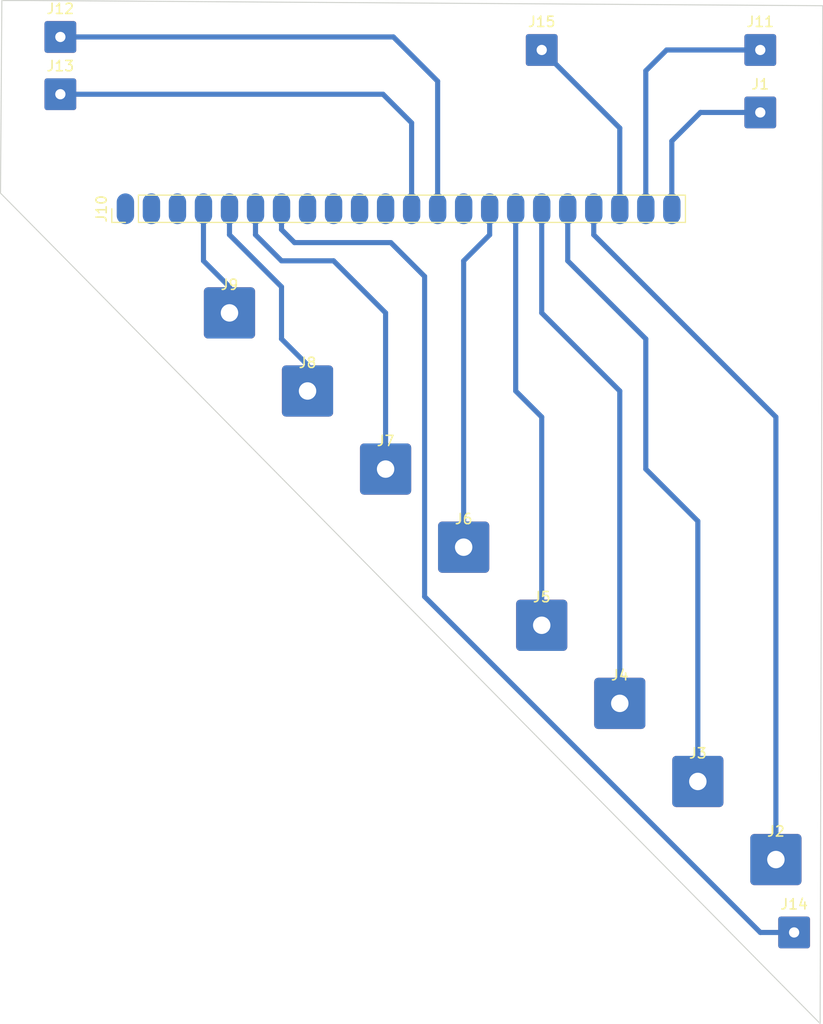
<source format=kicad_pcb>
(kicad_pcb (version 20211014) (generator pcbnew)
  (title_block (title "EMMMA-K-v3.1-Master"))
  (layers (0 "F.Cu" signal) (31 "B.Cu" signal) (34 "B.Paste" user) (35 "F.Paste" user) (38 "B.Mask" user) (39 "F.Mask" user) (44 "Edge.Cuts" user))
  (net 0 "")
  (net 3 "Net-(J1-Pad1)")
  (net 8 "Net-(J10-Pad7)")
  (net 9 "Net-(J10-Pad12)")
  (net 10 "Net-(J10-Pad13)")
  (net 11 "Net-(J10-Pad21)")
  (net 12 "Net-(J10-Pad19)")
  (net 13 "Net-(J10-Pad18)")
  (net 14 "Net-(J10-Pad16)")
  (net 15 "Net-(J10-Pad17)")
  (net 16 "Net-(J10-Pad6)")
  (net 17 "Net-(J10-Pad5)")
  (net 18 "Net-(J10-Pad4)")
  (net 19 "Net-(J10-Pad15)")
  (net 22 "Net-(J10-Pad20)")
  (footprint "myLibrary:SolderWire-1.5sqmm_1x01_D1.0mm_OD3mm" (layer "F.Cu") (at 146.05 49.784)
    (fp_text reference "J13" (at 0 -2.75) (layer "F.SilkS"))
    (fp_text value "Conn_01x01_Male")
    (pad "1" thru_hole roundrect (at 0 0) (size 3.1 3.1) (drill 1) (layers *.Cu *.Mask) (roundrect_rratio 0.08064483871) (net 9 "Net-(J10-Pad12)"))
  )
  (footprint "myLibrary:SolderWire-1.5sqmm_1x01_D1.0mm_OD3mm" (layer "F.Cu") (at 146.05 44.196)
    (fp_text reference "J12" (at 0 -2.75) (layer "F.SilkS"))
    (fp_text value "Conn_01x01_Male")
    (pad "1" thru_hole roundrect (at 0 0) (size 3.1 3.1) (drill 1) (layers *.Cu *.Mask) (roundrect_rratio 0.08064483871) (net 10 "Net-(J10-Pad13)"))
  )
  (footprint "myLibrary:SolderWire-EMMMA-3mm1.7mm" (layer "F.Cu") (at 162.56 71.12)
    (fp_text reference "J9" (at 0 -2.75) (layer "F.SilkS"))
    (fp_text value "Conn_01x01_Male")
    (pad "1" thru_hole roundrect (at 0 0) (size 5 5) (drill 1.7) (layers *.Cu *.Mask) (roundrect_rratio 0.080645) (net 18 "Net-(J10-Pad4)"))
  )
  (footprint "myLibrary:SolderWire-1.5sqmm_1x01_D1.0mm_OD3mm" (layer "F.Cu") (at 193.04 45.466)
    (fp_text reference "J15" (at 0 -2.75) (layer "F.SilkS"))
    (fp_text value "Conn_01x01_Male")
    (pad "1" thru_hole roundrect (at 0 0) (size 3.1 3.1) (drill 1) (layers *.Cu *.Mask) (roundrect_rratio 0.08064483871) (net 22 "Net-(J10-Pad20)"))
  )
  (footprint "myLibrary:SolderWire-EMMMA-3mm1.7mm" (layer "F.Cu") (at 177.8 86.36)
    (fp_text reference "J7" (at 0 -2.75) (layer "F.SilkS"))
    (fp_text value "Conn_01x01_Male")
    (pad "1" thru_hole roundrect (at 0 0) (size 5 5) (drill 1.7) (layers *.Cu *.Mask) (roundrect_rratio 0.080645) (net 16 "Net-(J10-Pad6)"))
  )
  (footprint "myLibrary:SolderWire-1.5sqmm_1x01_D1.0mm_OD3mm" (layer "F.Cu") (at 217.678 131.572)
    (fp_text reference "J14" (at 0 -2.75) (layer "F.SilkS"))
    (fp_text value "Conn_01x01_Male")
    (pad "1" thru_hole roundrect (at 0 0) (size 3.1 3.1) (drill 1) (layers *.Cu *.Mask) (roundrect_rratio 0.08064483871) (net 8 "Net-(J10-Pad7)"))
  )
  (footprint "myLibrary:SolderWire-EMMMA-3mm1.7mm" (layer "F.Cu") (at 215.9 124.46)
    (fp_text reference "J2" (at 0 -2.75) (layer "F.SilkS"))
    (fp_text value "Conn_01x01_Male")
    (pad "1" thru_hole roundrect (at 0 0) (size 5 5) (drill 1.7) (layers *.Cu *.Mask) (roundrect_rratio 0.080645) (net 12 "Net-(J10-Pad19)"))
  )
  (footprint "myLibrary:SolderWire-EMMMA-3mm1.7mm" (layer "F.Cu") (at 185.42 93.98)
    (fp_text reference "J6" (at 0 -2.75) (layer "F.SilkS"))
    (fp_text value "Conn_01x01_Male")
    (pad "1" thru_hole roundrect (at 0 0) (size 5 5) (drill 1.7) (layers *.Cu *.Mask) (roundrect_rratio 0.080645) (net 19 "Net-(J10-Pad15)"))
  )
  (footprint "myLibrary:SolderWire-1.5sqmm_1x01_D1.0mm_OD3mm" (layer "F.Cu") (at 214.376 51.562)
    (fp_text reference "J1" (at 0 -2.75) (layer "F.SilkS"))
    (fp_text value "Conn_01x01_Male")
    (pad "1" thru_hole roundrect (at 0 0) (size 3.1 3.1) (drill 1) (layers *.Cu *.Mask) (roundrect_rratio 0.08064483871) (net 3 "Net-(J1-Pad1)"))
  )
  (footprint "myLibrary:SolderWire-EMMMA-3mm1.7mm" (layer "F.Cu") (at 200.66 109.22)
    (fp_text reference "J4" (at 0 -2.75) (layer "F.SilkS"))
    (fp_text value "Conn_01x01_Male")
    (pad "1" thru_hole roundrect (at 0 0) (size 5 5) (drill 1.7) (layers *.Cu *.Mask) (roundrect_rratio 0.080645) (net 15 "Net-(J10-Pad17)"))
  )
  (footprint "myLibrary:SolderWire-EMMMA-3mm1.7mm" (layer "F.Cu") (at 208.28 116.84)
    (fp_text reference "J3" (at 0 -2.75) (layer "F.SilkS"))
    (fp_text value "Conn_01x01_Male")
    (pad "1" thru_hole roundrect (at 0 0) (size 5 5) (drill 1.7) (layers *.Cu *.Mask) (roundrect_rratio 0.080645) (net 13 "Net-(J10-Pad18)"))
  )
  (footprint "myLibrary:SolderWire-EMMMA-3mm1.7mm" (layer "F.Cu") (at 193.04 101.6)
    (fp_text reference "J5" (at 0 -2.75) (layer "F.SilkS"))
    (fp_text value "Conn_01x01_Male")
    (pad "1" thru_hole roundrect (at 0 0) (size 5 5) (drill 1.7) (layers *.Cu *.Mask) (roundrect_rratio 0.080645) (net 14 "Net-(J10-Pad16)"))
  )
  (footprint "Connector_PinHeader_2.54mm:PinHeader_1x22_P2.54mm_Vertical" (layer "F.Cu") (at 152.4 60.96 90)
    (fp_text reference "J10" (at 0 -2.33 90) (layer "F.SilkS"))
    (fp_text value "Conn_01x22_Female")
    (fp_line (start -1.33 1.27) (end -1.33 54.67) (layer "F.SilkS") (width 0.12))
    (fp_line (start -1.33 0) (end -1.33 -1.33) (layer "F.SilkS") (width 0.12))
    (fp_line (start -1.33 1.27) (end 1.33 1.27) (layer "F.SilkS") (width 0.12))
    (fp_line (start 1.33 1.27) (end 1.33 54.67) (layer "F.SilkS") (width 0.12))
    (fp_line (start -1.33 54.67) (end 1.33 54.67) (layer "F.SilkS") (width 0.12))
    (fp_line (start -1.33 -1.33) (end 0 -1.33) (layer "F.SilkS") (width 0.12))
    (pad "1" connect oval (at 0 0 90) (size 3 1.7) (layers "B.Cu" "B.Mask"))
    (pad "2" connect oval (at 0 2.54 90) (size 3 1.7) (layers "B.Cu" "B.Mask"))
    (pad "3" connect oval (at 0 5.08 90) (size 3 1.7) (layers "B.Cu" "B.Mask"))
    (pad "4" connect oval (at 0 7.62 90) (size 3 1.7) (layers "B.Cu" "B.Mask") (net 18 "Net-(J10-Pad4)"))
    (pad "5" connect oval (at 0 10.16 90) (size 3 1.7) (layers "B.Cu" "B.Mask") (net 17 "Net-(J10-Pad5)"))
    (pad "6" connect oval (at 0 12.7 90) (size 3 1.7) (layers "B.Cu" "B.Mask") (net 16 "Net-(J10-Pad6)"))
    (pad "7" connect oval (at 0 15.24 90) (size 3 1.7) (layers "B.Cu" "B.Mask") (net 8 "Net-(J10-Pad7)"))
    (pad "8" connect oval (at 0 17.78 90) (size 3 1.7) (layers "B.Cu" "B.Mask"))
    (pad "9" connect oval (at 0 20.32 90) (size 3 1.7) (layers "B.Cu" "B.Mask"))
    (pad "10" connect oval (at 0 22.86 90) (size 3 1.7) (layers "B.Cu" "B.Mask"))
    (pad "11" connect oval (at 0 25.4 90) (size 3 1.7) (layers "B.Cu" "B.Mask"))
    (pad "12" connect oval (at 0 27.94 90) (size 3 1.7) (layers "B.Cu" "B.Mask") (net 9 "Net-(J10-Pad12)"))
    (pad "13" connect oval (at 0 30.48 90) (size 3 1.7) (layers "B.Cu" "B.Mask") (net 10 "Net-(J10-Pad13)"))
    (pad "14" connect oval (at 0 33.02 90) (size 3 1.7) (layers "B.Cu" "B.Mask"))
    (pad "15" connect oval (at 0 35.56 90) (size 3 1.7) (layers "B.Cu" "B.Mask") (net 19 "Net-(J10-Pad15)"))
    (pad "16" connect oval (at 0 38.1 90) (size 3 1.7) (layers "B.Cu" "B.Mask") (net 14 "Net-(J10-Pad16)"))
    (pad "17" connect oval (at 0 40.64 90) (size 3 1.7) (layers "B.Cu" "B.Mask") (net 15 "Net-(J10-Pad17)"))
    (pad "18" connect oval (at 0 43.18 90) (size 3 1.7) (layers "B.Cu" "B.Mask") (net 13 "Net-(J10-Pad18)"))
    (pad "19" connect oval (at 0 45.72 90) (size 3 1.7) (layers "B.Cu" "B.Mask") (net 12 "Net-(J10-Pad19)"))
    (pad "20" connect oval (at 0 48.26 90) (size 3 1.7) (layers "B.Cu" "B.Mask") (net 22 "Net-(J10-Pad20)"))
    (pad "21" connect oval (at 0 50.8 90) (size 3 1.7) (layers "B.Cu" "B.Mask") (net 11 "Net-(J10-Pad21)"))
    (pad "22" connect oval (at 0 53.34 90) (size 3 1.7) (layers "B.Cu" "B.Mask") (net 3 "Net-(J1-Pad1)"))
  )
  (footprint "myLibrary:SolderWire-EMMMA-3mm1.7mm" (layer "F.Cu") (at 170.18 78.74)
    (fp_text reference "J8" (at 0 -2.75) (layer "F.SilkS"))
    (fp_text value "Conn_01x01_Male")
    (pad "1" thru_hole roundrect (at 0 0) (size 5 5) (drill 1.7) (layers *.Cu *.Mask) (roundrect_rratio 0.080645) (net 17 "Net-(J10-Pad5)"))
  )
  (footprint "myLibrary:SolderWire-1.5sqmm_1x01_D1.0mm_OD3mm" (layer "F.Cu") (at 214.376 45.466)
    (fp_text reference "J11" (at 0 -2.75) (layer "F.SilkS"))
    (fp_text value "Conn_01x01_Male")
    (pad "1" thru_hole roundrect (at 0 0) (size 3.1 3.1) (drill 1) (layers *.Cu *.Mask) (roundrect_rratio 0.08064483871) (net 11 "Net-(J10-Pad21)"))
  )
  (gr_poly (pts (xy 220.472 41.148) (xy 220.218 140.462) (xy 140.208 59.436) (xy 140.34 40.64) (xy 143.002 40.64)) (layer "Edge.Cuts") (width 0.1) (fill none))
  (segment (start 205.74 54.356) (end 208.534 51.562) (width 0.5) (layer "B.Cu") (net 3))
  (segment (start 205.74 60.96) (end 205.74 54.356) (width 0.5) (layer "B.Cu") (net 3))
  (segment (start 208.534 51.562) (end 214.376 51.562) (width 0.5) (layer "B.Cu") (net 3))
  (segment (start 178.308 64.262) (end 181.61 67.564) (width 0.5) (layer "B.Cu") (net 8))
  (segment (start 168.91 64.262) (end 178.308 64.262) (width 0.5) (layer "B.Cu") (net 8))
  (segment (start 214.376 131.572) (end 217.678 131.572) (width 0.5) (layer "B.Cu") (net 8))
  (segment (start 167.64 62.992) (end 168.91 64.262) (width 0.5) (layer "B.Cu") (net 8))
  (segment (start 167.64 60.96) (end 167.64 62.992) (width 0.5) (layer "B.Cu") (net 8))
  (segment (start 181.61 67.564) (end 181.61 98.806) (width 0.5) (layer "B.Cu") (net 8))
  (segment (start 181.61 98.806) (end 214.376 131.572) (width 0.5) (layer "B.Cu") (net 8))
  (segment (start 180.34 52.578) (end 177.546 49.784) (width 0.5) (layer "B.Cu") (net 9))
  (segment (start 177.546 49.784) (end 146.05 49.784) (width 0.5) (layer "B.Cu") (net 9))
  (segment (start 180.34 60.96) (end 180.34 52.578) (width 0.5) (layer "B.Cu") (net 9))
  (segment (start 182.88 60.96) (end 182.88 48.514) (width 0.5) (layer "B.Cu") (net 10))
  (segment (start 182.88 48.514) (end 178.562 44.196) (width 0.5) (layer "B.Cu") (net 10))
  (segment (start 178.562 44.196) (end 146.05 44.196) (width 0.5) (layer "B.Cu") (net 10))
  (segment (start 203.2 47.498) (end 205.232 45.466) (width 0.5) (layer "B.Cu") (net 11))
  (segment (start 203.2 60.96) (end 203.2 47.498) (width 0.5) (layer "B.Cu") (net 11))
  (segment (start 205.232 45.466) (end 214.376 45.466) (width 0.5) (layer "B.Cu") (net 11))
  (segment (start 215.9 81.28) (end 215.9 124.46) (width 0.5) (layer "B.Cu") (net 12))
  (segment (start 198.12 63.5) (end 215.9 81.28) (width 0.5) (layer "B.Cu") (net 12))
  (segment (start 198.12 60.96) (end 198.12 63.5) (width 0.5) (layer "B.Cu") (net 12))
  (segment (start 203.2 86.36) (end 208.28 91.44) (width 0.5) (layer "B.Cu") (net 13))
  (segment (start 208.28 91.44) (end 208.28 116.84) (width 0.5) (layer "B.Cu") (net 13))
  (segment (start 195.58 60.96) (end 195.58 66.04) (width 0.5) (layer "B.Cu") (net 13))
  (segment (start 203.2 73.66) (end 203.2 86.36) (width 0.5) (layer "B.Cu") (net 13))
  (segment (start 195.58 66.04) (end 203.2 73.66) (width 0.5) (layer "B.Cu") (net 13))
  (segment (start 190.5 78.74) (end 193.04 81.28) (width 0.5) (layer "B.Cu") (net 14))
  (segment (start 190.5 78.74) (end 190.5 60.96) (width 0.5) (layer "B.Cu") (net 14))
  (segment (start 193.04 81.28) (end 193.04 101.6) (width 0.5) (layer "B.Cu") (net 14))
  (segment (start 193.04 71.12) (end 193.04 60.96) (width 0.5) (layer "B.Cu") (net 15))
  (segment (start 200.66 78.74) (end 193.04 71.12) (width 0.5) (layer "B.Cu") (net 15))
  (segment (start 200.66 78.74) (end 200.66 109.22) (width 0.5) (layer "B.Cu") (net 15))
  (segment (start 165.1 63.5) (end 165.1 60.96) (width 0.5) (layer "B.Cu") (net 16))
  (segment (start 167.64 66.04) (end 165.1 63.5) (width 0.5) (layer "B.Cu") (net 16))
  (segment (start 172.72 66.04) (end 177.8 71.12) (width 0.5) (layer "B.Cu") (net 16))
  (segment (start 177.8 71.12) (end 177.8 86.36) (width 0.5) (layer "B.Cu") (net 16))
  (segment (start 172.72 66.04) (end 167.64 66.04) (width 0.5) (layer "B.Cu") (net 16))
  (segment (start 162.56 63.5) (end 162.56 60.96) (width 0.5) (layer "B.Cu") (net 17))
  (segment (start 170.18 76.2) (end 170.18 78.74) (width 0.5) (layer "B.Cu") (net 17))
  (segment (start 162.56 63.5) (end 167.64 68.58) (width 0.5) (layer "B.Cu") (net 17))
  (segment (start 167.64 73.66) (end 170.18 76.2) (width 0.5) (layer "B.Cu") (net 17))
  (segment (start 167.64 68.58) (end 167.64 73.66) (width 0.5) (layer "B.Cu") (net 17))
  (segment (start 160.02 66.04) (end 160.02 60.96) (width 0.5) (layer "B.Cu") (net 18))
  (segment (start 162.56 68.58) (end 162.56 71.12) (width 0.5) (layer "B.Cu") (net 18))
  (segment (start 160.02 66.04) (end 162.56 68.58) (width 0.5) (layer "B.Cu") (net 18))
  (segment (start 187.96 63.5) (end 185.42 66.04) (width 0.5) (layer "B.Cu") (net 19))
  (segment (start 187.96 60.96) (end 187.96 63.5) (width 0.5) (layer "B.Cu") (net 19))
  (segment (start 185.42 66.04) (end 185.42 93.98) (width 0.5) (layer "B.Cu") (net 19))
  (segment (start 200.66 60.96) (end 200.66 53.086) (width 0.5) (layer "B.Cu") (net 22))
  (segment (start 200.66 53.086) (end 193.04 45.466) (width 0.5) (layer "B.Cu") (net 22))
)
</source>
